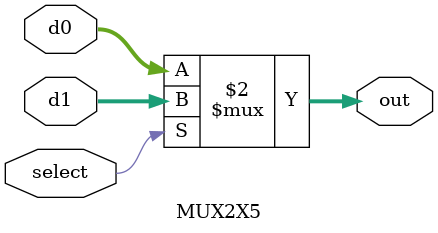
<source format=v>
`timescale 1ns / 1ps


module MUX2X5(d0,d1,select,out);
input [4:0]d0;
input [4:0]d1;
input select;
output [4:0]out;

assign out=(select==0)?d0:d1;

endmodule

</source>
